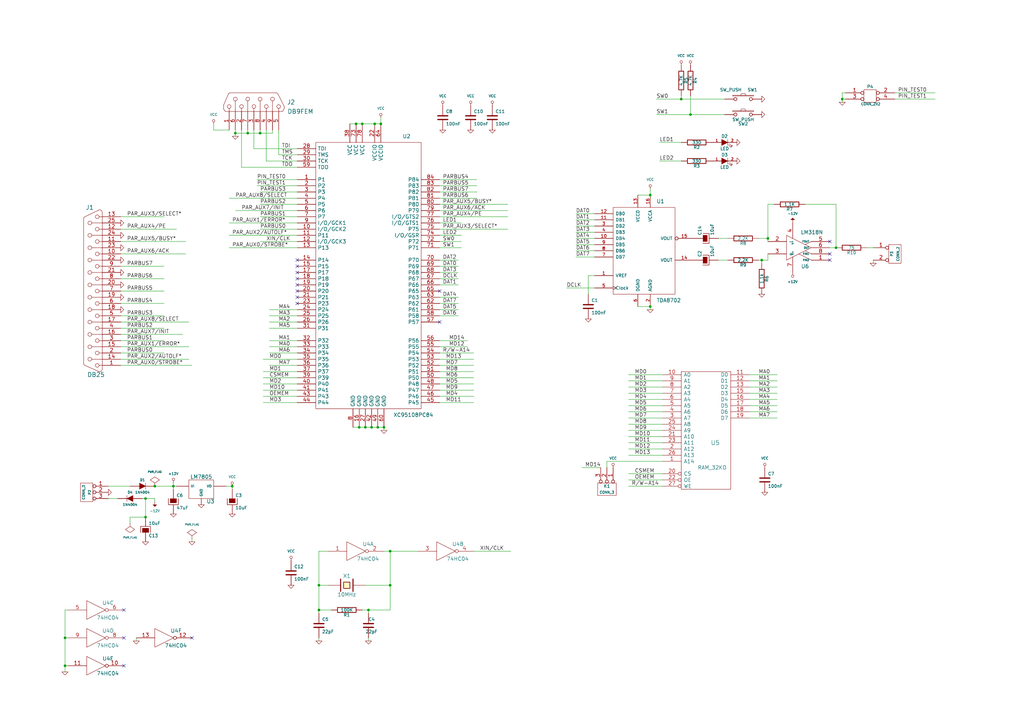
<source format=kicad_sch>
(kicad_sch (version 20230121) (generator eeschema)
  (paper "A3")
  (title_block (title "CARTE d'EXPERIMENTATION a XC95108PC84") (date "15 apr 2008"))
  (junction (at 345.44 40.64))
  (junction (at 71.12 199.39))
  (junction (at 153.67 50.8))
  (junction (at 26.67 261.62))
  (junction (at 154.94 175.26))
  (junction (at 157.48 175.26))
  (junction (at 283.21 46.99))
  (junction (at 106.68 54.61))
  (junction (at 96.52 54.61))
  (junction (at 156.21 50.8))
  (junction (at 160.02 240.03))
  (junction (at 59.69 204.47))
  (junction (at 148.59 50.8))
  (junction (at 279.4 40.64))
  (junction (at 130.81 240.03))
  (junction (at 151.13 250.19))
  (junction (at 314.96 97.79))
  (junction (at 149.86 175.26))
  (junction (at 342.9 101.6))
  (junction (at 63.5 199.39))
  (junction (at 26.67 273.05))
  (junction (at 130.81 250.19))
  (junction (at 266.7 80.01))
  (junction (at 147.32 175.26))
  (junction (at 59.69 212.09))
  (junction (at 101.6 54.61))
  (junction (at 160.02 226.06))
  (junction (at 95.25 199.39))
  (junction (at 312.42 106.68))
  (junction (at 152.4 175.26))
  (junction (at 146.05 50.8))
  (junction (at 266.7 125.73))
  (no_connect (at 50.8 250.19))
  (no_connect (at 50.8 261.62))
  (no_connect (at 340.36 104.14))
  (no_connect (at 340.36 99.06))
  (no_connect (at 121.92 109.22))
  (no_connect (at 121.92 106.68))
  (no_connect (at 340.36 106.68))
  (no_connect (at 78.74 261.62))
  (no_connect (at 121.92 116.84))
  (no_connect (at 121.92 111.76))
  (no_connect (at 180.34 132.08))
  (no_connect (at 121.92 119.38))
  (no_connect (at 121.92 121.92))
  (no_connect (at 121.92 124.46))
  (no_connect (at 50.8 273.05))
  (no_connect (at 121.92 114.3))
  (no_connect (at 180.34 119.38))
  (wire (pts (xy 279.4 66.04) (xy 270.51 66.04)))
  (wire (pts (xy 121.92 160.02) (xy 107.95 160.02)))
  (wire (pts (xy 106.68 99.06) (xy 121.92 99.06)))
  (wire (pts (xy 121.92 88.9) (xy 106.68 88.9)))
  (wire (pts (xy 271.78 158.75) (xy 257.81 158.75)))
  (wire (pts (xy 243.84 87.63) (xy 236.22 87.63)))
  (wire (pts (xy 53.34 214.63) (xy 53.34 212.09)))
  (wire (pts (xy 283.21 46.99) (xy 297.18 46.99)))
  (wire (pts (xy 180.34 86.36) (xy 208.28 86.36)))
  (wire (pts (xy 154.94 175.26) (xy 152.4 175.26)))
  (wire (pts (xy 307.34 156.21) (xy 318.77 156.21)))
  (wire (pts (xy 194.31 154.94) (xy 180.34 154.94)))
  (wire (pts (xy 49.53 142.24) (xy 77.47 142.24)))
  (wire (pts (xy 271.78 184.15) (xy 257.81 184.15)))
  (wire (pts (xy 96.52 86.36) (xy 121.92 86.36)))
  (wire (pts (xy 110.49 132.08) (xy 121.92 132.08)))
  (wire (pts (xy 194.31 149.86) (xy 180.34 149.86)))
  (wire (pts (xy 312.42 106.68) (xy 312.42 107.95)))
  (wire (pts (xy 271.78 179.07) (xy 257.81 179.07)))
  (wire (pts (xy 53.34 212.09) (xy 59.69 212.09)))
  (wire (pts (xy 143.51 50.8) (xy 146.05 50.8)))
  (wire (pts (xy 106.68 53.34) (xy 106.68 54.61)))
  (wire (pts (xy 156.21 50.8) (xy 156.21 48.26)))
  (wire (pts (xy 271.78 176.53) (xy 257.81 176.53)))
  (wire (pts (xy 59.69 212.09) (xy 59.69 204.47)))
  (wire (pts (xy 121.92 63.5) (xy 114.3 63.5)))
  (wire (pts (xy 330.2 83.82) (xy 342.9 83.82)))
  (wire (pts (xy 345.44 38.1) (xy 346.71 38.1)))
  (wire (pts (xy 49.53 93.98) (xy 72.39 93.98)))
  (wire (pts (xy 105.41 76.2) (xy 121.92 76.2)))
  (wire (pts (xy 104.14 60.96) (xy 104.14 53.34)))
  (wire (pts (xy 160.02 240.03) (xy 160.02 226.06)))
  (wire (pts (xy 187.96 121.92) (xy 180.34 121.92)))
  (wire (pts (xy 189.23 91.44) (xy 180.34 91.44)))
  (wire (pts (xy 130.81 226.06) (xy 134.62 226.06)))
  (wire (pts (xy 109.22 66.04) (xy 109.22 53.34)))
  (wire (pts (xy 271.78 166.37) (xy 257.81 166.37)))
  (wire (pts (xy 195.58 78.74) (xy 180.34 78.74)))
  (wire (pts (xy 110.49 149.86) (xy 121.92 149.86)))
  (wire (pts (xy 191.77 139.7) (xy 180.34 139.7)))
  (wire (pts (xy 314.96 83.82) (xy 317.5 83.82)))
  (wire (pts (xy 67.31 124.46) (xy 49.53 124.46)))
  (wire (pts (xy 121.92 152.4) (xy 107.95 152.4)))
  (wire (pts (xy 105.41 73.66) (xy 121.92 73.66)))
  (wire (pts (xy 114.3 63.5) (xy 114.3 53.34)))
  (wire (pts (xy 71.12 199.39) (xy 71.12 198.12)))
  (wire (pts (xy 266.7 80.01) (xy 261.62 80.01)))
  (wire (pts (xy 58.42 204.47) (xy 59.69 204.47)))
  (wire (pts (xy 342.9 83.82) (xy 342.9 101.6)))
  (wire (pts (xy 121.92 91.44) (xy 93.98 91.44)))
  (wire (pts (xy 130.81 251.46) (xy 130.81 250.19)))
  (wire (pts (xy 194.31 144.78) (xy 180.34 144.78)))
  (wire (pts (xy 148.59 50.8) (xy 153.67 50.8)))
  (wire (pts (xy 243.84 95.25) (xy 236.22 95.25)))
  (wire (pts (xy 355.6 101.6) (xy 358.14 101.6)))
  (wire (pts (xy 194.31 160.02) (xy 180.34 160.02)))
  (wire (pts (xy 99.06 53.34) (xy 99.06 68.58)))
  (wire (pts (xy 266.7 127) (xy 266.7 125.73)))
  (wire (pts (xy 187.96 114.3) (xy 180.34 114.3)))
  (wire (pts (xy 243.84 105.41) (xy 236.22 105.41)))
  (wire (pts (xy 130.81 250.19) (xy 130.81 240.03)))
  (wire (pts (xy 194.31 152.4) (xy 180.34 152.4)))
  (wire (pts (xy 180.34 88.9) (xy 208.28 88.9)))
  (wire (pts (xy 49.53 99.06) (xy 76.2 99.06)))
  (wire (pts (xy 311.15 97.79) (xy 314.96 97.79)))
  (wire (pts (xy 160.02 250.19) (xy 160.02 240.03)))
  (wire (pts (xy 269.24 40.64) (xy 279.4 40.64)))
  (wire (pts (xy 243.84 92.71) (xy 236.22 92.71)))
  (wire (pts (xy 96.52 54.61) (xy 101.6 54.61)))
  (wire (pts (xy 121.92 60.96) (xy 104.14 60.96)))
  (wire (pts (xy 55.88 262.89) (xy 55.88 261.62)))
  (wire (pts (xy 187.96 106.68) (xy 180.34 106.68)))
  (wire (pts (xy 135.89 250.19) (xy 130.81 250.19)))
  (wire (pts (xy 95.25 199.39) (xy 92.71 199.39)))
  (wire (pts (xy 307.34 168.91) (xy 318.77 168.91)))
  (wire (pts (xy 194.31 165.1) (xy 180.34 165.1)))
  (wire (pts (xy 110.49 142.24) (xy 121.92 142.24)))
  (wire (pts (xy 180.34 83.82) (xy 208.28 83.82)))
  (wire (pts (xy 157.48 176.53) (xy 157.48 175.26)))
  (wire (pts (xy 342.9 101.6) (xy 340.36 101.6)))
  (wire (pts (xy 279.4 58.42) (xy 270.51 58.42)))
  (wire (pts (xy 87.63 53.34) (xy 93.98 53.34)))
  (wire (pts (xy 67.31 109.22) (xy 49.53 109.22)))
  (wire (pts (xy 78.74 222.25) (xy 78.74 220.98)))
  (wire (pts (xy 180.34 93.98) (xy 208.28 93.98)))
  (wire (pts (xy 194.31 147.32) (xy 180.34 147.32)))
  (wire (pts (xy 271.78 153.67) (xy 257.81 153.67)))
  (wire (pts (xy 189.23 99.06) (xy 180.34 99.06)))
  (wire (pts (xy 294.64 97.79) (xy 298.45 97.79)))
  (wire (pts (xy 271.78 156.21) (xy 257.81 156.21)))
  (wire (pts (xy 195.58 81.28) (xy 180.34 81.28)))
  (wire (pts (xy 346.71 40.64) (xy 345.44 40.64)))
  (wire (pts (xy 246.38 191.77) (xy 238.76 191.77)))
  (wire (pts (xy 271.78 181.61) (xy 257.81 181.61)))
  (wire (pts (xy 146.05 50.8) (xy 148.59 50.8)))
  (wire (pts (xy 345.44 41.91) (xy 345.44 40.64)))
  (wire (pts (xy 311.15 106.68) (xy 312.42 106.68)))
  (wire (pts (xy 271.78 189.23) (xy 248.92 189.23)))
  (wire (pts (xy 152.4 175.26) (xy 149.86 175.26)))
  (wire (pts (xy 151.13 262.89) (xy 151.13 261.62)))
  (wire (pts (xy 106.68 54.61) (xy 111.76 54.61)))
  (wire (pts (xy 96.52 55.88) (xy 96.52 54.61)))
  (wire (pts (xy 345.44 40.64) (xy 345.44 38.1)))
  (wire (pts (xy 189.23 101.6) (xy 180.34 101.6)))
  (wire (pts (xy 194.31 162.56) (xy 180.34 162.56)))
  (wire (pts (xy 67.31 139.7) (xy 49.53 139.7)))
  (wire (pts (xy 59.69 204.47) (xy 63.5 204.47)))
  (wire (pts (xy 157.48 175.26) (xy 154.94 175.26)))
  (wire (pts (xy 147.32 175.26) (xy 144.78 175.26)))
  (wire (pts (xy 121.92 78.74) (xy 106.68 78.74)))
  (wire (pts (xy 121.92 83.82) (xy 106.68 83.82)))
  (wire (pts (xy 96.52 54.61) (xy 96.52 53.34)))
  (wire (pts (xy 241.3 113.03) (xy 241.3 120.65)))
  (wire (pts (xy 307.34 161.29) (xy 318.77 161.29)))
  (wire (pts (xy 187.96 111.76) (xy 180.34 111.76)))
  (wire (pts (xy 271.78 168.91) (xy 257.81 168.91)))
  (wire (pts (xy 121.92 157.48) (xy 107.95 157.48)))
  (wire (pts (xy 243.84 113.03) (xy 241.3 113.03)))
  (wire (pts (xy 67.31 88.9) (xy 49.53 88.9)))
  (wire (pts (xy 314.96 106.68) (xy 314.96 104.14)))
  (wire (pts (xy 195.58 76.2) (xy 180.34 76.2)))
  (wire (pts (xy 93.98 101.6) (xy 121.92 101.6)))
  (wire (pts (xy 243.84 102.87) (xy 236.22 102.87)))
  (wire (pts (xy 189.23 96.52) (xy 180.34 96.52)))
  (wire (pts (xy 367.03 38.1) (xy 383.54 38.1)))
  (wire (pts (xy 101.6 54.61) (xy 106.68 54.61)))
  (wire (pts (xy 121.92 66.04) (xy 109.22 66.04)))
  (wire (pts (xy 130.81 262.89) (xy 130.81 261.62)))
  (wire (pts (xy 151.13 251.46) (xy 151.13 250.19)))
  (wire (pts (xy 271.78 163.83) (xy 257.81 163.83)))
  (wire (pts (xy 44.45 199.39) (xy 53.34 199.39)))
  (wire (pts (xy 95.25 200.66) (xy 95.25 199.39)))
  (wire (pts (xy 271.78 171.45) (xy 257.81 171.45)))
  (wire (pts (xy 27.94 261.62) (xy 26.67 261.62)))
  (wire (pts (xy 121.92 96.52) (xy 93.98 96.52)))
  (wire (pts (xy 157.48 226.06) (xy 160.02 226.06)))
  (wire (pts (xy 121.92 147.32) (xy 107.95 147.32)))
  (wire (pts (xy 99.06 68.58) (xy 121.92 68.58)))
  (wire (pts (xy 187.96 127) (xy 180.34 127)))
  (wire (pts (xy 367.03 40.64) (xy 383.54 40.64)))
  (wire (pts (xy 130.81 240.03) (xy 134.62 240.03)))
  (wire (pts (xy 49.53 132.08) (xy 77.47 132.08)))
  (wire (pts (xy 67.31 134.62) (xy 49.53 134.62)))
  (wire (pts (xy 307.34 171.45) (xy 318.77 171.45)))
  (wire (pts (xy 110.49 129.54) (xy 121.92 129.54)))
  (wire (pts (xy 271.78 196.85) (xy 257.81 196.85)))
  (wire (pts (xy 151.13 250.19) (xy 160.02 250.19)))
  (wire (pts (xy 243.84 100.33) (xy 236.22 100.33)))
  (wire (pts (xy 149.86 240.03) (xy 160.02 240.03)))
  (wire (pts (xy 49.53 149.86) (xy 78.74 149.86)))
  (wire (pts (xy 194.31 226.06) (xy 209.55 226.06)))
  (wire (pts (xy 49.53 104.14) (xy 76.2 104.14)))
  (wire (pts (xy 279.4 40.64) (xy 297.18 40.64)))
  (wire (pts (xy 191.77 142.24) (xy 180.34 142.24)))
  (wire (pts (xy 71.12 199.39) (xy 72.39 199.39)))
  (wire (pts (xy 187.96 124.46) (xy 180.34 124.46)))
  (wire (pts (xy 266.7 80.01) (xy 266.7 77.47)))
  (wire (pts (xy 26.67 275.59) (xy 26.67 273.05)))
  (wire (pts (xy 271.78 173.99) (xy 257.81 173.99)))
  (wire (pts (xy 312.42 106.68) (xy 314.96 106.68)))
  (wire (pts (xy 93.98 81.28) (xy 121.92 81.28)))
  (wire (pts (xy 48.26 204.47) (xy 44.45 204.47)))
  (wire (pts (xy 279.4 39.37) (xy 279.4 40.64)))
  (wire (pts (xy 149.86 175.26) (xy 147.32 175.26)))
  (wire (pts (xy 195.58 73.66) (xy 180.34 73.66)))
  (wire (pts (xy 110.49 139.7) (xy 121.92 139.7)))
  (wire (pts (xy 67.31 144.78) (xy 49.53 144.78)))
  (wire (pts (xy 110.49 144.78) (xy 121.92 144.78)))
  (wire (pts (xy 358.14 107.95) (xy 358.14 106.68)))
  (wire (pts (xy 187.96 129.54) (xy 180.34 129.54)))
  (wire (pts (xy 187.96 116.84) (xy 180.34 116.84)))
  (wire (pts (xy 314.96 97.79) (xy 314.96 83.82)))
  (wire (pts (xy 248.92 189.23) (xy 248.92 191.77)))
  (wire (pts (xy 121.92 165.1) (xy 107.95 165.1)))
  (wire (pts (xy 307.34 163.83) (xy 318.77 163.83)))
  (wire (pts (xy 67.31 119.38) (xy 49.53 119.38)))
  (wire (pts (xy 307.34 153.67) (xy 318.77 153.67)))
  (wire (pts (xy 298.45 106.68) (xy 294.64 106.68)))
  (wire (pts (xy 67.31 114.3) (xy 49.53 114.3)))
  (wire (pts (xy 111.76 54.61) (xy 111.76 53.34)))
  (wire (pts (xy 121.92 93.98) (xy 106.68 93.98)))
  (wire (pts (xy 194.31 157.48) (xy 180.34 157.48)))
  (wire (pts (xy 110.49 127) (xy 121.92 127)))
  (wire (pts (xy 67.31 129.54) (xy 49.53 129.54)))
  (wire (pts (xy 26.67 273.05) (xy 26.67 261.62)))
  (wire (pts (xy 307.34 158.75) (xy 318.77 158.75)))
  (wire (pts (xy 26.67 261.62) (xy 26.67 250.19)))
  (wire (pts (xy 71.12 200.66) (xy 71.12 199.39)))
  (wire (pts (xy 269.24 46.99) (xy 283.21 46.99)))
  (wire (pts (xy 63.5 199.39) (xy 71.12 199.39)))
  (wire (pts (xy 187.96 109.22) (xy 180.34 109.22)))
  (wire (pts (xy 271.78 194.31) (xy 257.81 194.31)))
  (wire (pts (xy 49.53 137.16) (xy 74.93 137.16)))
  (wire (pts (xy 243.84 90.17) (xy 236.22 90.17)))
  (wire (pts (xy 27.94 273.05) (xy 26.67 273.05)))
  (wire (pts (xy 87.63 53.34) (xy 87.63 50.8)))
  (wire (pts (xy 26.67 250.19) (xy 27.94 250.19)))
  (wire (pts (xy 160.02 226.06) (xy 171.45 226.06)))
  (wire (pts (xy 153.67 50.8) (xy 156.21 50.8)))
  (wire (pts (xy 271.78 161.29) (xy 257.81 161.29)))
  (wire (pts (xy 49.53 147.32) (xy 77.47 147.32)))
  (wire (pts (xy 243.84 97.79) (xy 236.22 97.79)))
  (wire (pts (xy 283.21 46.99) (xy 283.21 39.37)))
  (wire (pts (xy 271.78 186.69) (xy 257.81 186.69)))
  (wire (pts (xy 121.92 162.56) (xy 107.95 162.56)))
  (wire (pts (xy 307.34 166.37) (xy 318.77 166.37)))
  (wire (pts (xy 314.96 99.06) (xy 314.96 97.79)))
  (wire (pts (xy 63.5 204.47) (xy 63.5 205.74)))
  (wire (pts (xy 130.81 240.03) (xy 130.81 226.06)))
  (wire (pts (xy 101.6 53.34) (xy 101.6 54.61)))
  (wire (pts (xy 243.84 118.11) (xy 232.41 118.11)))
  (wire (pts (xy 121.92 154.94) (xy 107.95 154.94)))
  (wire (pts (xy 266.7 125.73) (xy 261.62 125.73)))
  (wire (pts (xy 271.78 199.39) (xy 257.81 199.39)))
  (wire (pts (xy 110.49 134.62) (xy 121.92 134.62)))
  (wire (pts (xy 148.59 250.19) (xy 151.13 250.19)))
  (label "SW1" (at 269.24 46.99 0) (effects (font (size 1.524 1.524))))
  (label "MD4" (at 260.35 163.83 0) (effects (font (size 1.524 1.524))))
  (label "MD8" (at 182.88 152.4 0) (effects (font (size 1.524 1.524))))
  (label "PAR_AUX5/BUSY*" (at 181.61 83.82 0) (effects (font (size 1.524 1.524))))
  (label "MD9" (at 260.35 176.53 0) (effects (font (size 1.524 1.524))))
  (label "TCK" (at 115.57 66.04 0) (effects (font (size 1.524 1.524))))
  (label "PAR_AUX4/PE" (at 52.07 93.98 0) (effects (font (size 1.524 1.524))))
  (label "MD11" (at 182.88 165.1 0) (effects (font (size 1.524 1.524))))
  (label "PAR_AUX6/ACK" (at 52.07 104.14 0) (effects (font (size 1.524 1.524))))
  (label "PIN_TEST1" (at 368.3 40.64 0) (effects (font (size 1.524 1.524))))
  (label "PIN_TEST0" (at 105.41 73.66 0) (effects (font (size 1.524 1.524))))
  (label "MA4" (at 311.15 163.83 0) (effects (font (size 1.524 1.524))))
  (label "MA5" (at 114.3 134.62 0) (effects (font (size 1.524 1.524))))
  (label "PIN_TEST0" (at 368.3 38.1 0) (effects (font (size 1.524 1.524))))
  (label "PARBUS7" (at 181.61 78.74 0) (effects (font (size 1.524 1.524))))
  (label "DAT4" (at 236.22 97.79 0) (effects (font (size 1.524 1.524))))
  (label "DCLK" (at 181.61 114.3 0) (effects (font (size 1.524 1.524))))
  (label "R/W-A14" (at 259.08 199.39 0) (effects (font (size 1.524 1.524))))
  (label "MA6" (at 114.3 144.78 0) (effects (font (size 1.524 1.524))))
  (label "TDO" (at 115.57 68.58 0) (effects (font (size 1.524 1.524))))
  (label "PAR_AUX3/SELECT*" (at 52.07 88.9 0) (effects (font (size 1.524 1.524))))
  (label "MD2" (at 260.35 158.75 0) (effects (font (size 1.524 1.524))))
  (label "MD11" (at 260.35 181.61 0) (effects (font (size 1.524 1.524))))
  (label "PIN_TEST1" (at 105.41 76.2 0) (effects (font (size 1.524 1.524))))
  (label "MA0" (at 114.3 142.24 0) (effects (font (size 1.524 1.524))))
  (label "TMS" (at 115.57 63.5 0) (effects (font (size 1.524 1.524))))
  (label "CSMEM" (at 260.35 194.31 0) (effects (font (size 1.524 1.524))))
  (label "DAT0" (at 181.61 109.22 0) (effects (font (size 1.524 1.524))))
  (label "LED2" (at 270.51 66.04 0) (effects (font (size 1.524 1.524))))
  (label "MD3" (at 260.35 161.29 0) (effects (font (size 1.524 1.524))))
  (label "MD14" (at 184.15 139.7 0) (effects (font (size 1.524 1.524))))
  (label "MD12" (at 260.35 184.15 0) (effects (font (size 1.524 1.524))))
  (label "DAT6" (at 181.61 129.54 0) (effects (font (size 1.524 1.524))))
  (label "MD0" (at 260.35 153.67 0) (effects (font (size 1.524 1.524))))
  (label "MD3" (at 110.49 165.1 0) (effects (font (size 1.524 1.524))))
  (label "MD5" (at 182.88 157.48 0) (effects (font (size 1.524 1.524))))
  (label "PAR_AUX6/ACK" (at 181.61 86.36 0) (effects (font (size 1.524 1.524))))
  (label "PAR_AUX7/INIT" (at 99.06 86.36 0) (effects (font (size 1.524 1.524))))
  (label "MD9" (at 182.88 160.02 0) (effects (font (size 1.524 1.524))))
  (label "LED1" (at 270.51 58.42 0) (effects (font (size 1.524 1.524))))
  (label "MA1" (at 311.15 156.21 0) (effects (font (size 1.524 1.524))))
  (label "DAT2" (at 181.61 106.68 0) (effects (font (size 1.524 1.524))))
  (label "PARBUS1" (at 52.07 139.7 0) (effects (font (size 1.524 1.524))))
  (label "DAT5" (at 236.22 100.33 0) (effects (font (size 1.524 1.524))))
  (label "DAT2" (at 236.22 92.71 0) (effects (font (size 1.524 1.524))))
  (label "PARBUS2" (at 106.68 83.82 0) (effects (font (size 1.524 1.524))))
  (label "DAT3" (at 181.61 111.76 0) (effects (font (size 1.524 1.524))))
  (label "DAT1" (at 236.22 90.17 0) (effects (font (size 1.524 1.524))))
  (label "DAT4" (at 181.61 121.92 0) (effects (font (size 1.524 1.524))))
  (label "PARBUS3" (at 52.07 129.54 0) (effects (font (size 1.524 1.524))))
  (label "MD1" (at 260.35 156.21 0) (effects (font (size 1.524 1.524))))
  (label "PAR_AUX5/BUSY*" (at 52.07 99.06 0) (effects (font (size 1.524 1.524))))
  (label "PAR_AUX1/ERROR*" (at 52.07 142.24 0) (effects (font (size 1.524 1.524))))
  (label "MD13" (at 182.88 147.32 0) (effects (font (size 1.524 1.524))))
  (label "MD1" (at 110.49 152.4 0) (effects (font (size 1.524 1.524))))
  (label "MD6" (at 182.88 154.94 0) (effects (font (size 1.524 1.524))))
  (label "PARBUS3" (at 106.68 78.74 0) (effects (font (size 1.524 1.524))))
  (label "MD7" (at 260.35 171.45 0) (effects (font (size 1.524 1.524))))
  (label "DAT3" (at 236.22 95.25 0) (effects (font (size 1.524 1.524))))
  (label "MA7" (at 311.15 171.45 0) (effects (font (size 1.524 1.524))))
  (label "SW0" (at 181.61 99.06 0) (effects (font (size 1.524 1.524))))
  (label "MA2" (at 114.3 132.08 0) (effects (font (size 1.524 1.524))))
  (label "PARBUS0" (at 52.07 144.78 0) (effects (font (size 1.524 1.524))))
  (label "PAR_AUX8/SELECT" (at 52.07 132.08 0) (effects (font (size 1.524 1.524))))
  (label "PAR_AUX2/AUTOLF*" (at 52.07 147.32 0) (effects (font (size 1.524 1.524))))
  (label "OEMEM" (at 110.49 162.56 0) (effects (font (size 1.524 1.524))))
  (label "TDI" (at 115.57 60.96 0) (effects (font (size 1.524 1.524))))
  (label "MD5" (at 260.35 166.37 0) (effects (font (size 1.524 1.524))))
  (label "MA0" (at 311.15 153.67 0) (effects (font (size 1.524 1.524))))
  (label "PAR_AUX8/SELECT" (at 96.52 81.28 0) (effects (font (size 1.524 1.524))))
  (label "MA5" (at 311.15 166.37 0) (effects (font (size 1.524 1.524))))
  (label "PARBUS0" (at 106.68 93.98 0) (effects (font (size 1.524 1.524))))
  (label "PAR_AUX2/AUTOLF*" (at 95.25 96.52 0) (effects (font (size 1.524 1.524))))
  (label "DAT6" (at 236.22 102.87 0) (effects (font (size 1.524 1.524))))
  (label "DCLK" (at 232.41 118.11 0) (effects (font (size 1.524 1.524))))
  (label "MA7" (at 114.3 149.86 0) (effects (font (size 1.524 1.524))))
  (label "PARBUS4" (at 52.07 124.46 0) (effects (font (size 1.524 1.524))))
  (label "MD4" (at 182.88 162.56 0) (effects (font (size 1.524 1.524))))
  (label "MD14" (at 240.03 191.77 0) (effects (font (size 1.524 1.524))))
  (label "DAT1" (at 181.61 116.84 0) (effects (font (size 1.524 1.524))))
  (label "PARBUS5" (at 52.07 119.38 0) (effects (font (size 1.524 1.524))))
  (label "CSMEM" (at 110.49 154.94 0) (effects (font (size 1.524 1.524))))
  (label "SW1" (at 181.61 101.6 0) (effects (font (size 1.524 1.524))))
  (label "MD10" (at 110.49 160.02 0) (effects (font (size 1.524 1.524))))
  (label "PARBUS6" (at 52.07 114.3 0) (effects (font (size 1.524 1.524))))
  (label "MD0" (at 110.49 147.32 0) (effects (font (size 1.524 1.524))))
  (label "DAT5" (at 181.61 127 0) (effects (font (size 1.524 1.524))))
  (label "DAT7" (at 236.22 105.41 0) (effects (font (size 1.524 1.524))))
  (label "DAT7" (at 181.61 124.46 0) (effects (font (size 1.524 1.524))))
  (label "MD2" (at 110.49 157.48 0) (effects (font (size 1.524 1.524))))
  (label "PARBUS2" (at 52.07 134.62 0) (effects (font (size 1.524 1.524))))
  (label "LED1" (at 181.61 91.44 0) (effects (font (size 1.524 1.524))))
  (label "PARBUS4" (at 181.61 73.66 0) (effects (font (size 1.524 1.524))))
  (label "MA4" (at 114.3 127 0) (effects (font (size 1.524 1.524))))
  (label "MA1" (at 114.3 139.7 0) (effects (font (size 1.524 1.524))))
  (label "MD12" (at 184.15 142.24 0) (effects (font (size 1.524 1.524))))
  (label "XIN/CLK" (at 196.85 226.06 0) (effects (font (size 1.524 1.524))))
  (label "LED2" (at 181.61 96.52 0) (effects (font (size 1.524 1.524))))
  (label "MD13" (at 260.35 186.69 0) (effects (font (size 1.524 1.524))))
  (label "PAR_AUX3/SELECT*" (at 181.61 93.98 0) (effects (font (size 1.524 1.524))))
  (label "PAR_AUX4/PE" (at 181.61 88.9 0) (effects (font (size 1.524 1.524))))
  (label "MA6" (at 311.15 168.91 0) (effects (font (size 1.524 1.524))))
  (label "MD10" (at 260.35 179.07 0) (effects (font (size 1.524 1.524))))
  (label "PARBUS5" (at 181.61 76.2 0) (effects (font (size 1.524 1.524))))
  (label "PARBUS1" (at 106.68 88.9 0) (effects (font (size 1.524 1.524))))
  (label "MA3" (at 311.15 161.29 0) (effects (font (size 1.524 1.524))))
  (label "MD6" (at 260.35 168.91 0) (effects (font (size 1.524 1.524))))
  (label "DAT0" (at 236.22 87.63 0) (effects (font (size 1.524 1.524))))
  (label "PAR_AUX0/STROBE*" (at 95.25 101.6 0) (effects (font (size 1.524 1.524))))
  (label "OEMEM" (at 260.35 196.85 0) (effects (font (size 1.524 1.524))))
  (label "PAR_AUX7/INIT" (at 52.07 137.16 0) (effects (font (size 1.524 1.524))))
  (label "SW0" (at 269.24 40.64 0) (effects (font (size 1.524 1.524))))
  (label "PARBUS7" (at 52.07 109.22 0) (effects (font (size 1.524 1.524))))
  (label "PAR_AUX0/STROBE*" (at 52.07 149.86 0) (effects (font (size 1.524 1.524))))
  (label "MD8" (at 260.35 173.99 0) (effects (font (size 1.524 1.524))))
  (label "PAR_AUX1/ERROR*" (at 95.25 91.44 0) (effects (font (size 1.524 1.524))))
  (label "MD7" (at 182.88 149.86 0) (effects (font (size 1.524 1.524))))
  (label "MA2" (at 311.15 158.75 0) (effects (font (size 1.524 1.524))))
  (label "PARBUS6" (at 181.61 81.28 0) (effects (font (size 1.524 1.524))))
  (label "XIN/CLK" (at 109.22 99.06 0) (effects (font (size 1.524 1.524))))
  (label "R/W-A14" (at 181.61 144.78 0) (effects (font (size 1.524 1.524))))
  (label "MA3" (at 114.3 129.54 0) (effects (font (size 1.524 1.524))))
  (symbol (lib_id "carte_test-rescue:XC95108PC84") (at 151.13 120.65 0) (unit 1)
    (property "Reference" "U2" (at 165.1 55.88 0) (effects (font (size 1.524 1.524)) (justify left)))
    (property "Value" "XC95108PC84" (at 161.29 170.18 0) (effects (font (size 1.524 1.524)) (justify left)))
  )
  (symbol (lib_id "carte_test-rescue:TDA8702") (at 264.16 102.87 0) (unit 1)
    (property "Reference" "U1" (at 269.24 82.55 0) (effects (font (size 1.524 1.524)) (justify left)))
    (property "Value" "TDA8702" (at 269.24 123.19 0) (effects (font (size 1.524 1.524)) (justify left)))
  )
  (symbol (lib_id "carte_test-rescue:VCC") (at 266.7 77.47 0) (unit 1)
    (property "Reference" "#PWR051" (effects hide))
    (property "Value" "VCC" (at 266.7 73.66 0) (effects (font (size 1.016 1.016))))
  )
  (symbol (lib_id "carte_test-rescue:GND") (at 130.81 262.89 0) (unit 1)
    (property "Reference" "#PWR053" (effects hide))
    (property "Value" "GND" (effects hide))
  )
  (symbol (lib_id "carte_test-rescue:GND") (at 266.7 127 0) (unit 1)
    (property "Reference" "#PWR049" (effects hide))
    (property "Value" "GND" (effects hide))
  )
  (symbol (lib_id "carte_test-rescue:C") (at 241.3 125.73 0) (unit 1)
    (property "Reference" "C1" (at 242.57 123.19 0) (effects (justify left)))
    (property "Value" "100nF" (at 242.57 128.27 0) (effects (justify left)))
  )
  (symbol (lib_id "carte_test-rescue:GND") (at 241.3 130.81 0) (unit 1)
    (property "Reference" "#PWR048" (effects hide))
    (property "Value" "GND" (effects hide))
  )
  (symbol (lib_id "carte_test-rescue:CP") (at 289.56 106.68 90) (unit 1)
    (property "Reference" "C2" (at 287.02 105.41 0) (effects (justify left)))
    (property "Value" "10uF" (at 292.1 105.41 0) (effects (justify left)))
  )
  (symbol (lib_id "carte_test-rescue:CP") (at 95.25 205.74 0) (unit 1)
    (property "Reference" "C3" (at 96.52 203.2 0) (effects (justify left)))
    (property "Value" "10uF" (at 96.52 208.28 0) (effects (justify left)))
  )
  (symbol (lib_id "carte_test-rescue:GND") (at 95.25 210.82 0) (unit 1)
    (property "Reference" "#PWR047" (effects hide))
    (property "Value" "GND" (effects hide))
  )
  (symbol (lib_id "carte_test-rescue:GND") (at 96.52 55.88 0) (unit 1)
    (property "Reference" "#PWR045" (effects hide))
    (property "Value" "GND" (effects hide))
  )
  (symbol (lib_id "carte_test-rescue:CRYSTAL") (at 142.24 240.03 0) (unit 1)
    (property "Reference" "X1" (at 142.24 236.22 0) (effects (font (size 1.524 1.524))))
    (property "Value" "10MHz" (at 142.24 243.84 0) (effects (font (size 1.524 1.524))))
  )
  (symbol (lib_id "carte_test-rescue:C") (at 151.13 256.54 0) (unit 1)
    (property "Reference" "C4" (at 152.4 254 0))
    (property "Value" "22pF" (at 152.4 259.08 0))
  )
  (symbol (lib_id "carte_test-rescue:R") (at 142.24 250.19 270) (unit 1)
    (property "Reference" "R1" (at 142.24 252.222 90))
    (property "Value" "100K" (at 142.24 250.19 90))
  )
  (symbol (lib_id "carte_test-rescue:LM7805") (at 82.55 200.66 0) (unit 1)
    (property "Reference" "U3" (at 86.36 205.6384 0) (effects (font (size 1.524 1.524))))
    (property "Value" "LM7805" (at 82.55 195.58 0) (effects (font (size 1.524 1.524))))
  )
  (symbol (lib_id "carte_test-rescue:GND") (at 82.55 207.01 0) (unit 1)
    (property "Reference" "#PWR043" (effects hide))
    (property "Value" "GND" (effects hide))
  )
  (symbol (lib_id "carte_test-rescue:VCC") (at 95.25 199.39 0) (unit 1)
    (property "Reference" "#PWR042" (effects hide))
    (property "Value" "VCC" (at 95.25 195.58 0) (effects (font (size 1.016 1.016))))
  )
  (symbol (lib_id "carte_test-rescue:CONN_3") (at 35.56 201.93 0) (mirror y) (unit 1)
    (property "Reference" "P2" (at 36.7792 201.93 90) (effects (font (size 1.016 1.016))))
    (property "Value" "CONN_3" (at 34.29 201.93 90) (effects (font (size 1.016 1.016))))
  )
  (symbol (lib_id "carte_test-rescue:GND") (at 44.45 201.93 90) (unit 1)
    (property "Reference" "#PWR041" (effects hide))
    (property "Value" "GND" (effects hide))
  )
  (symbol (lib_id "carte_test-rescue:DIODE") (at 58.42 199.39 0) (unit 1)
    (property "Reference" "D1" (at 58.42 196.85 0) (effects (font (size 1.016 1.016))))
    (property "Value" "1N4004" (at 58.42 201.93 0) (effects (font (size 1.016 1.016))))
  )
  (symbol (lib_id "carte_test-rescue:CP") (at 71.12 205.74 0) (unit 1)
    (property "Reference" "C6" (at 72.39 203.2 0) (effects (justify left)))
    (property "Value" "47uF" (at 72.39 208.28 0) (effects (justify left)))
  )
  (symbol (lib_id "carte_test-rescue:GND") (at 71.12 210.82 0) (unit 1)
    (property "Reference" "#PWR040" (effects hide))
    (property "Value" "GND" (effects hide))
  )
  (symbol (lib_id "carte_test-rescue:CONN_2") (at 367.03 104.14 0) (unit 1)
    (property "Reference" "P3" (at 365.76 104.14 90) (effects (font (size 1.016 1.016))))
    (property "Value" "CONN_2" (at 368.3 104.14 90) (effects (font (size 1.016 1.016))))
  )
  (symbol (lib_id "carte_test-rescue:PWR_FLAG") (at 78.74 220.98 0) (unit 1)
    (property "Reference" "#FLG037" (effects hide))
    (property "Value" "PWR_FLAG" (at 78.74 215.138 0) (effects (font (size 0.762 0.762))))
  )
  (symbol (lib_id "carte_test-rescue:74HC04") (at 146.05 226.06 0) (unit 1)
    (property "Reference" "U4" (at 151.003 223.139 0) (effects (font (size 1.524 1.524))))
    (property "Value" "74HC04" (at 150.876 229.2096 0) (effects (font (size 1.524 1.524))))
  )
  (symbol (lib_id "carte_test-rescue:74HC04") (at 182.88 226.06 0) (unit 2)
    (property "Reference" "U4" (at 187.833 223.139 0) (effects (font (size 1.524 1.524))))
    (property "Value" "74HC04" (at 187.706 229.2096 0) (effects (font (size 1.524 1.524))))
  )
  (symbol (lib_id "carte_test-rescue:74HC04") (at 39.37 250.19 0) (unit 3)
    (property "Reference" "U4" (at 44.323 247.269 0) (effects (font (size 1.524 1.524))))
    (property "Value" "74HC04" (at 44.196 253.3396 0) (effects (font (size 1.524 1.524))))
  )
  (symbol (lib_id "carte_test-rescue:74HC04") (at 39.37 261.62 0) (unit 4)
    (property "Reference" "U4" (at 44.323 258.699 0) (effects (font (size 1.524 1.524))))
    (property "Value" "74HC04" (at 44.196 264.7696 0) (effects (font (size 1.524 1.524))))
  )
  (symbol (lib_id "carte_test-rescue:74HC04") (at 39.37 273.05 0) (unit 5)
    (property "Reference" "U4" (at 44.323 270.129 0) (effects (font (size 1.524 1.524))))
    (property "Value" "74HC04" (at 44.196 276.1996 0) (effects (font (size 1.524 1.524))))
  )
  (symbol (lib_id "carte_test-rescue:74HC04") (at 67.31 261.62 0) (unit 6)
    (property "Reference" "U4" (at 72.263 258.699 0) (effects (font (size 1.524 1.524))))
    (property "Value" "74HC04" (at 72.136 264.7696 0) (effects (font (size 1.524 1.524))))
  )
  (symbol (lib_id "carte_test-rescue:GND") (at 26.67 275.59 0) (unit 1)
    (property "Reference" "#PWR036" (effects hide))
    (property "Value" "GND" (effects hide))
  )
  (symbol (lib_id "carte_test-rescue:GND") (at 55.88 262.89 0) (unit 1)
    (property "Reference" "#PWR035" (effects hide))
    (property "Value" "GND" (effects hide))
  )
  (symbol (lib_id "carte_test-rescue:RAM_32KO") (at 289.56 173.99 0) (unit 1)
    (property "Reference" "U5" (at 293.37 181.61 0) (effects (font (size 1.778 1.778))))
    (property "Value" "RAM_32KO" (at 292.1 191.77 0) (effects (font (size 1.524 1.524))))
  )
  (symbol (lib_id "carte_test-rescue:CONN_3") (at 248.92 200.66 270) (unit 1)
    (property "Reference" "K1" (at 248.92 199.39 90))
    (property "Value" "CONN_3" (at 248.92 201.93 90) (effects (font (size 1.016 1.016))))
  )
  (symbol (lib_id "carte_test-rescue:VCC") (at 251.46 191.77 0) (unit 1)
    (property "Reference" "#PWR034" (effects hide))
    (property "Value" "VCC" (at 251.46 187.96 0) (effects (font (size 1.016 1.016))))
  )
  (symbol (lib_id "carte_test-rescue:DB25") (at 38.1 119.38 0) (mirror y) (unit 1)
    (property "Reference" "J1" (at 36.83 85.09 0) (effects (font (size 1.778 1.778))))
    (property "Value" "DB25" (at 39.37 153.67 0) (effects (font (size 1.778 1.778))))
  )
  (symbol (lib_id "carte_test-rescue:GND") (at 49.53 91.44 90) (unit 1)
    (property "Reference" "#PWR033" (effects hide))
    (property "Value" "GND" (effects hide))
  )
  (symbol (lib_id "carte_test-rescue:C") (at 119.38 234.95 0) (unit 1)
    (property "Reference" "C12" (at 120.65 232.41 0) (effects (justify left)))
    (property "Value" "100nF" (at 120.65 237.49 0) (effects (justify left)))
  )
  (symbol (lib_id "carte_test-rescue:VCC") (at 119.38 229.87 0) (unit 1)
    (property "Reference" "#PWR024" (effects hide))
    (property "Value" "VCC" (at 119.38 226.06 0) (effects (font (size 1.016 1.016))))
  )
  (symbol (lib_id "carte_test-rescue:GND") (at 119.38 240.03 0) (unit 1)
    (property "Reference" "#PWR023" (effects hide))
    (property "Value" "GND" (effects hide))
  )
  (symbol (lib_id "carte_test-rescue:R") (at 285.75 66.04 270) (unit 1)
    (property "Reference" "R3" (at 285.75 68.072 90))
    (property "Value" "330" (at 285.75 66.04 90))
  )
  (symbol (lib_id "carte_test-rescue:LED") (at 297.18 66.04 0) (unit 1)
    (property "Reference" "D3" (at 297.18 63.5 0))
    (property "Value" "LED" (at 297.18 68.58 0))
  )
  (symbol (lib_id "carte_test-rescue:GND") (at 302.26 66.04 90) (unit 1)
    (property "Reference" "#PWR021" (effects hide))
    (property "Value" "GND" (effects hide))
  )
  (symbol (lib_id "carte_test-rescue:GND") (at 49.53 116.84 90) (unit 1)
    (property "Reference" "#PWR020" (effects hide))
    (property "Value" "GND" (effects hide))
  )
  (symbol (lib_id "carte_test-rescue:SW_PUSH") (at 304.8 40.64 0) (unit 1)
    (property "Reference" "SW1" (at 308.61 36.83 0))
    (property "Value" "SW_PUSH" (at 299.72 36.83 0))
  )
  (symbol (lib_id "carte_test-rescue:SW_PUSH") (at 304.8 46.99 0) (unit 1)
    (property "Reference" "SW2" (at 304.8 50.8 0))
    (property "Value" "SW_PUSH" (at 304.8 49.022 0))
  )
  (symbol (lib_id "carte_test-rescue:GND") (at 312.42 40.64 90) (unit 1)
    (property "Reference" "#PWR019" (effects hide))
    (property "Value" "GND" (effects hide))
  )
  (symbol (lib_id "carte_test-rescue:GND") (at 312.42 46.99 90) (unit 1)
    (property "Reference" "#PWR018" (effects hide))
    (property "Value" "GND" (effects hide))
  )
  (symbol (lib_id "carte_test-rescue:R") (at 283.21 33.02 0) (unit 1)
    (property "Reference" "R4" (at 285.242 33.02 90))
    (property "Value" "4,7K" (at 283.21 33.02 90))
  )
  (symbol (lib_id "carte_test-rescue:R") (at 279.4 33.02 0) (unit 1)
    (property "Reference" "R5" (at 281.432 33.02 90))
    (property "Value" "4,7K" (at 279.4 33.02 90))
  )
  (symbol (lib_id "carte_test-rescue:VCC") (at 279.4 26.67 0) (unit 1)
    (property "Reference" "#PWR017" (effects hide))
    (property "Value" "VCC" (at 279.4 22.86 0) (effects (font (size 1.016 1.016))))
  )
  (symbol (lib_id "carte_test-rescue:VCC") (at 283.21 26.67 0) (unit 1)
    (property "Reference" "#PWR016" (effects hide))
    (property "Value" "VCC" (at 283.21 22.86 0) (effects (font (size 1.016 1.016))))
  )
  (symbol (lib_id "carte_test-rescue:GND") (at 49.53 96.52 90) (unit 1)
    (property "Reference" "#PWR015" (effects hide))
    (property "Value" "GND" (effects hide))
  )
  (symbol (lib_id "carte_test-rescue:GND") (at 49.53 101.6 90) (unit 1)
    (property "Reference" "#PWR014" (effects hide))
    (property "Value" "GND" (effects hide))
  )
  (symbol (lib_id "carte_test-rescue:GND") (at 49.53 106.68 90) (unit 1)
    (property "Reference" "#PWR013" (effects hide))
    (property "Value" "GND" (effects hide))
  )
  (symbol (lib_id "carte_test-rescue:GND") (at 49.53 111.76 90) (unit 1)
    (property "Reference" "#PWR012" (effects hide))
    (property "Value" "GND" (effects hide))
  )
  (symbol (lib_id "carte_test-rescue:GND") (at 49.53 121.92 90) (unit 1)
    (property "Reference" "#PWR011" (effects hide))
    (property "Value" "GND" (effects hide))
  )
  (symbol (lib_id "carte_test-rescue:GND") (at 49.53 127 90) (unit 1)
    (property "Reference" "#PWR010" (effects hide))
    (property "Value" "GND" (effects hide))
  )
  (symbol (lib_id "carte_test-rescue:CONN_2X2") (at 356.87 39.37 0) (unit 1)
    (property "Reference" "P4" (at 356.87 35.56 0))
    (property "Value" "CONN_2X2" (at 357.124 42.672 0) (effects (font (size 1.016 1.016))))
  )
  (symbol (lib_id "carte_test-rescue:GND") (at 345.44 41.91 0) (unit 1)
    (property "Reference" "#PWR09" (effects hide))
    (property "Value" "GND" (effects hide))
  )
  (symbol (lib_id "carte_test-rescue:CP") (at 289.56 97.79 90) (unit 1)
    (property "Reference" "C14" (at 287.02 96.52 0) (effects (justify left)))
    (property "Value" "10uF" (at 292.1 96.52 0) (effects (justify left)))
  )
  (symbol (lib_id "carte_test-rescue:R") (at 304.8 97.79 270) (unit 1)
    (property "Reference" "R8" (at 304.8 99.822 90))
    (property "Value" "2,2K" (at 304.8 97.79 90))
  )
  (symbol (lib_id "carte_test-rescue:R") (at 304.8 106.68 270) (unit 1)
    (property "Reference" "R9" (at 304.8 108.712 90))
    (property "Value" "2,2K" (at 304.8 106.68 90))
  )
  (symbol (lib_id "carte_test-rescue:R") (at 312.42 114.3 0) (unit 1)
    (property "Reference" "R6" (at 314.452 114.3 90))
    (property "Value" "1,1k" (at 312.42 114.3 90))
  )
  (symbol (lib_id "carte_test-rescue:R") (at 323.85 83.82 270) (unit 1)
    (property "Reference" "R7" (at 323.85 85.852 90))
    (property "Value" "1,1K" (at 323.85 83.82 90))
  )
  (symbol (lib_id "carte_test-rescue:R") (at 349.25 101.6 270) (unit 1)
    (property "Reference" "R10" (at 349.25 103.632 90))
    (property "Value" "75" (at 349.25 101.6 90))
  )
  (symbol (lib_id "carte_test-rescue:LM318N") (at 327.66 101.6 0) (mirror x) (unit 1)
    (property "Reference" "U6" (at 330.2 109.22 0) (effects (font (size 1.524 1.524))))
    (property "Value" "LM318N" (at 332.994 95.2754 0) (effects (font (size 1.524 1.524))))
  )
  (symbol (lib_id "carte_test-rescue:GND") (at 312.42 120.65 0) (unit 1)
    (property "Reference" "#PWR08" (effects hide))
    (property "Value" "GND" (effects hide))
  )
  (symbol (lib_id "carte_test-rescue:+12V") (at 71.12 198.12 0) (unit 1)
    (property "Reference" "#PWR07" (effects hide))
    (property "Value" "+12V" (at 71.12 194.31 0) (effects (font (size 1.016 1.016))))
  )
  (symbol (lib_id "carte_test-rescue:+12V") (at 325.12 111.76 0) (mirror x) (unit 1)
    (property "Reference" "#PWR06" (effects hide))
    (property "Value" "+12V" (at 325.12 115.57 0) (effects (font (size 1.016 1.016))))
  )
  (symbol (lib_id "carte_test-rescue:-12V") (at 325.12 91.44 0) (unit 1)
    (property "Reference" "#PWR05" (effects hide))
    (property "Value" "-12V" (at 325.12 87.63 0) (effects (font (size 1.016 1.016))))
  )
  (symbol (lib_id "carte_test-rescue:-12V") (at 63.5 205.74 0) (mirror x) (unit 1)
    (property "Reference" "#PWR04" (effects hide))
    (property "Value" "-12V" (at 63.5 209.55 0) (effects (font (size 1.016 1.016))))
  )
  (symbol (lib_id "carte_test-rescue:CP") (at 59.69 217.17 0) (mirror x) (unit 1)
    (property "Reference" "C13" (at 60.96 219.71 0) (effects (justify left)))
    (property "Value" "10uF" (at 60.96 214.63 0) (effects (justify left)))
  )
  (symbol (lib_id "carte_test-rescue:GND") (at 59.69 222.25 0) (unit 1)
    (property "Reference" "#PWR03" (effects hide))
    (property "Value" "GND" (effects hide))
  )
  (symbol (lib_id "carte_test-rescue:PWR_FLAG") (at 53.34 214.63 0) (mirror x) (unit 1)
    (property "Reference" "#FLG02" (effects hide))
    (property "Value" "PWR_FLAG" (at 53.34 220.472 0) (effects (font (size 0.762 0.762))))
  )
  (symbol (lib_id "carte_test-rescue:DIODE") (at 53.34 204.47 0) (mirror y) (unit 1)
    (property "Reference" "D4" (at 53.34 201.93 0) (effects (font (size 1.016 1.016))))
    (property "Value" "1N4004" (at 53.34 206.9846 0) (effects (font (size 1.016 1.016))))
  )
  (symbol (lib_id "carte_test-rescue:PWR_FLAG") (at 63.5 199.39 0) (unit 1)
    (property "Reference" "#FLG01" (effects hide))
    (property "Value" "PWR_FLAG" (at 63.5 193.548 0) (effects (font (size 0.762 0.762))))
  )
  (symbol (lib_id "carte_test-rescue:DB9") (at 104.14 41.91 270) (mirror x) (unit 1)
    (property "Reference" "J2" (at 119.38 41.91 90) (effects (font (size 1.778 1.778))))
    (property "Value" "DB9FEM" (at 123.19 45.72 90) (effects (font (size 1.778 1.778))))
  )
  (symbol (lib_id "carte_test-rescue:VCC") (at 87.63 50.8 0) (unit 1)
    (property "Reference" "#PWR046" (effects hide))
    (property "Value" "VCC" (at 87.63 46.99 0) (effects (font (size 1.016 1.016))))
  )
  (symbol (lib_id "carte_test-rescue:VCC") (at 156.21 48.26 0) (unit 1)
    (property "Reference" "#PWR052" (effects hide))
    (property "Value" "VCC" (at 156.21 44.45 0) (effects (font (size 1.016 1.016))))
  )
  (symbol (lib_id "carte_test-rescue:GND") (at 151.13 262.89 0) (unit 1)
    (property "Reference" "#PWR044" (effects hide))
    (property "Value" "GND" (effects hide))
  )
  (symbol (lib_id "carte_test-rescue:GND") (at 157.48 176.53 0) (unit 1)
    (property "Reference" "#PWR050" (effects hide))
    (property "Value" "GND" (effects hide))
  )
  (symbol (lib_id "carte_test-rescue:GND") (at 358.14 107.95 0) (unit 1)
    (property "Reference" "#PWR039" (effects hide))
    (property "Value" "GND" (effects hide))
  )
  (symbol (lib_id "carte_test-rescue:C") (at 130.81 256.54 0) (unit 1)
    (property "Reference" "C5" (at 132.08 254 0) (effects (justify left)))
    (property "Value" "22pF" (at 132.08 259.08 0) (effects (justify left)))
  )
  (symbol (lib_id "carte_test-rescue:GND") (at 78.74 222.25 0) (unit 1)
    (property "Reference" "#PWR038" (effects hide))
    (property "Value" "GND" (effects hide))
  )
  (symbol (lib_id "carte_test-rescue:C") (at 201.93 48.26 0) (unit 1)
    (property "Reference" "C11" (at 203.2 45.72 0) (effects (justify left)))
    (property "Value" "100nF" (at 203.2 50.8 0) (effects (justify left)))
  )
  (symbol (lib_id "carte_test-rescue:C") (at 313.69 196.85 0) (unit 1)
    (property "Reference" "C7" (at 314.96 194.31 0) (effects (justify left)))
    (property "Value" "100nF" (at 314.96 199.39 0) (effects (justify left)))
  )
  (symbol (lib_id "carte_test-rescue:C") (at 193.04 48.26 0) (unit 1)
    (property "Reference" "C10" (at 194.31 45.72 0) (effects (justify left)))
    (property "Value" "100nF" (at 194.31 50.8 0) (effects (justify left)))
  )
  (symbol (lib_id "carte_test-rescue:C") (at 181.61 48.26 0) (unit 1)
    (property "Reference" "C8" (at 182.88 45.72 0) (effects (justify left)))
    (property "Value" "100nF" (at 182.88 50.8 0) (effects (justify left)))
  )
  (symbol (lib_id "carte_test-rescue:VCC") (at 181.61 43.18 0) (unit 1)
    (property "Reference" "#PWR032" (effects hide))
    (property "Value" "VCC" (at 181.61 39.37 0) (effects (font (size 1.016 1.016))))
  )
  (symbol (lib_id "carte_test-rescue:VCC") (at 193.04 43.18 0) (unit 1)
    (property "Reference" "#PWR030" (effects hide))
    (property "Value" "VCC" (at 193.04 39.37 0) (effects (font (size 1.016 1.016))))
  )
  (symbol (lib_id "carte_test-rescue:VCC") (at 201.93 43.18 0) (unit 1)
    (property "Reference" "#PWR028" (effects hide))
    (property "Value" "VCC" (at 201.93 39.37 0) (effects (font (size 1.016 1.016))))
  )
  (symbol (lib_id "carte_test-rescue:VCC") (at 313.69 191.77 0) (unit 1)
    (property "Reference" "#PWR026" (effects hide))
    (property "Value" "VCC" (at 313.69 187.96 0) (effects (font (size 1.016 1.016))))
  )
  (symbol (lib_id "carte_test-rescue:GND") (at 193.04 53.34 0) (unit 1)
    (property "Reference" "#PWR029" (effects hide))
    (property "Value" "GND" (effects hide))
  )
  (symbol (lib_id "carte_test-rescue:GND") (at 201.93 53.34 0) (unit 1)
    (property "Reference" "#PWR027" (effects hide))
    (property "Value" "GND" (effects hide))
  )
  (symbol (lib_id "carte_test-rescue:GND") (at 181.61 53.34 0) (unit 1)
    (property "Reference" "#PWR031" (effects hide))
    (property "Value" "GND" (effects hide))
  )
  (symbol (lib_id "carte_test-rescue:GND") (at 313.69 201.93 0) (unit 1)
    (property "Reference" "#PWR025" (effects hide))
    (property "Value" "GND" (effects hide))
  )
  (symbol (lib_id "carte_test-rescue:R") (at 285.75 58.42 270) (unit 1)
    (property "Reference" "R2" (at 285.75 60.452 90))
    (property "Value" "330" (at 285.75 58.42 90))
  )
  (symbol (lib_id "carte_test-rescue:LED") (at 297.18 58.42 0) (unit 1)
    (property "Reference" "D2" (at 297.18 55.88 0))
    (property "Value" "LED" (at 297.18 60.96 0))
  )
  (symbol (lib_id "carte_test-rescue:GND") (at 302.26 58.42 90) (unit 1)
    (property "Reference" "#PWR022" (effects hide))
    (property "Value" "GND" (effects hide))
  )
)
</source>
